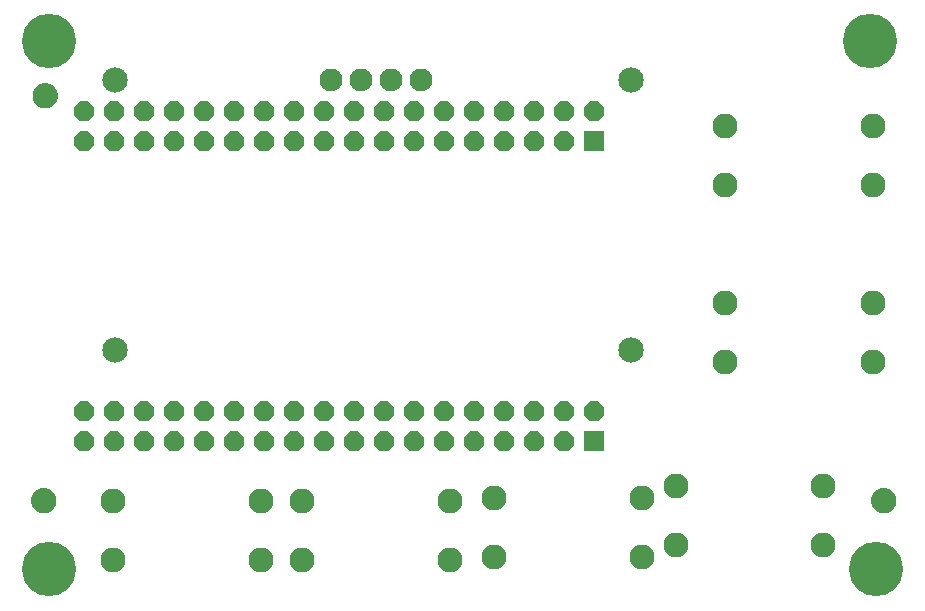
<source format=gbr>
G04 EAGLE Gerber RS-274X export*
G75*
%MOMM*%
%FSLAX34Y34*%
%LPD*%
%INSoldermask Bottom*%
%IPPOS*%
%AMOC8*
5,1,8,0,0,1.08239X$1,22.5*%
G01*
%ADD10C,2.152400*%
%ADD11C,1.930400*%
%ADD12R,1.676400X1.676400*%
%ADD13P,1.814519X8X202.500000*%
%ADD14C,2.112400*%
%ADD15C,4.597400*%
%ADD16C,0.609600*%
%ADD17C,1.168400*%


D10*
X86360Y215900D03*
X523240Y215900D03*
X86360Y444500D03*
X523240Y444500D03*
D11*
X345440Y444500D03*
X320040Y444500D03*
X294640Y444500D03*
X269240Y444500D03*
D12*
X492080Y139440D03*
D13*
X492080Y164840D03*
X466680Y139440D03*
X466680Y164840D03*
X441280Y139440D03*
X441280Y164840D03*
X415880Y139440D03*
X415880Y164840D03*
X390480Y139440D03*
X390480Y164840D03*
X365080Y139440D03*
X365080Y164840D03*
X339680Y139440D03*
X339680Y164840D03*
X314280Y139440D03*
X314280Y164840D03*
X288880Y139440D03*
X288880Y164840D03*
X263480Y139440D03*
X263480Y164840D03*
X238080Y139440D03*
X238080Y164840D03*
X212680Y139440D03*
X212680Y164840D03*
X187280Y139440D03*
X187280Y164840D03*
X161880Y139440D03*
X161880Y164840D03*
X136480Y139440D03*
X136480Y164840D03*
X111080Y139440D03*
X111080Y164840D03*
X85680Y139440D03*
X85680Y164840D03*
X60280Y139440D03*
X60280Y164840D03*
D12*
X492080Y393440D03*
D13*
X492080Y418840D03*
X466680Y393440D03*
X466680Y418840D03*
X441280Y393440D03*
X441280Y418840D03*
X415880Y393440D03*
X415880Y418840D03*
X390480Y393440D03*
X390480Y418840D03*
X365080Y393440D03*
X365080Y418840D03*
X339680Y393440D03*
X339680Y418840D03*
X314280Y393440D03*
X314280Y418840D03*
X288880Y393440D03*
X288880Y418840D03*
X263480Y393440D03*
X263480Y418840D03*
X238080Y393440D03*
X238080Y418840D03*
X212680Y393440D03*
X212680Y418840D03*
X187280Y393440D03*
X187280Y418840D03*
X161880Y393440D03*
X161880Y418840D03*
X136480Y393440D03*
X136480Y418840D03*
X111080Y393440D03*
X111080Y418840D03*
X85680Y393440D03*
X85680Y418840D03*
X60280Y393440D03*
X60280Y418840D03*
D14*
X532400Y91040D03*
X532400Y41040D03*
X407400Y41040D03*
X407400Y91040D03*
X686070Y101200D03*
X686070Y51200D03*
X561070Y51200D03*
X561070Y101200D03*
X727980Y256140D03*
X727980Y206140D03*
X602980Y206140D03*
X602980Y256140D03*
X727980Y406000D03*
X727980Y356000D03*
X602980Y356000D03*
X602980Y406000D03*
X369840Y88500D03*
X369840Y38500D03*
X244840Y38500D03*
X244840Y88500D03*
X209820Y88500D03*
X209820Y38500D03*
X84820Y38500D03*
X84820Y88500D03*
D15*
X30480Y477520D03*
X725170Y477520D03*
X730250Y30480D03*
X30480Y30480D03*
D16*
X19050Y431800D02*
X19052Y431987D01*
X19059Y432174D01*
X19071Y432361D01*
X19087Y432547D01*
X19107Y432733D01*
X19132Y432918D01*
X19162Y433103D01*
X19196Y433287D01*
X19235Y433470D01*
X19278Y433652D01*
X19326Y433832D01*
X19378Y434012D01*
X19435Y434190D01*
X19495Y434367D01*
X19561Y434542D01*
X19630Y434716D01*
X19704Y434888D01*
X19782Y435058D01*
X19864Y435226D01*
X19950Y435392D01*
X20040Y435556D01*
X20134Y435717D01*
X20232Y435877D01*
X20334Y436033D01*
X20440Y436188D01*
X20550Y436339D01*
X20663Y436488D01*
X20780Y436634D01*
X20900Y436777D01*
X21024Y436917D01*
X21151Y437054D01*
X21282Y437188D01*
X21416Y437319D01*
X21553Y437446D01*
X21693Y437570D01*
X21836Y437690D01*
X21982Y437807D01*
X22131Y437920D01*
X22282Y438030D01*
X22437Y438136D01*
X22593Y438238D01*
X22753Y438336D01*
X22914Y438430D01*
X23078Y438520D01*
X23244Y438606D01*
X23412Y438688D01*
X23582Y438766D01*
X23754Y438840D01*
X23928Y438909D01*
X24103Y438975D01*
X24280Y439035D01*
X24458Y439092D01*
X24638Y439144D01*
X24818Y439192D01*
X25000Y439235D01*
X25183Y439274D01*
X25367Y439308D01*
X25552Y439338D01*
X25737Y439363D01*
X25923Y439383D01*
X26109Y439399D01*
X26296Y439411D01*
X26483Y439418D01*
X26670Y439420D01*
X26857Y439418D01*
X27044Y439411D01*
X27231Y439399D01*
X27417Y439383D01*
X27603Y439363D01*
X27788Y439338D01*
X27973Y439308D01*
X28157Y439274D01*
X28340Y439235D01*
X28522Y439192D01*
X28702Y439144D01*
X28882Y439092D01*
X29060Y439035D01*
X29237Y438975D01*
X29412Y438909D01*
X29586Y438840D01*
X29758Y438766D01*
X29928Y438688D01*
X30096Y438606D01*
X30262Y438520D01*
X30426Y438430D01*
X30587Y438336D01*
X30747Y438238D01*
X30903Y438136D01*
X31058Y438030D01*
X31209Y437920D01*
X31358Y437807D01*
X31504Y437690D01*
X31647Y437570D01*
X31787Y437446D01*
X31924Y437319D01*
X32058Y437188D01*
X32189Y437054D01*
X32316Y436917D01*
X32440Y436777D01*
X32560Y436634D01*
X32677Y436488D01*
X32790Y436339D01*
X32900Y436188D01*
X33006Y436033D01*
X33108Y435877D01*
X33206Y435717D01*
X33300Y435556D01*
X33390Y435392D01*
X33476Y435226D01*
X33558Y435058D01*
X33636Y434888D01*
X33710Y434716D01*
X33779Y434542D01*
X33845Y434367D01*
X33905Y434190D01*
X33962Y434012D01*
X34014Y433832D01*
X34062Y433652D01*
X34105Y433470D01*
X34144Y433287D01*
X34178Y433103D01*
X34208Y432918D01*
X34233Y432733D01*
X34253Y432547D01*
X34269Y432361D01*
X34281Y432174D01*
X34288Y431987D01*
X34290Y431800D01*
X34288Y431613D01*
X34281Y431426D01*
X34269Y431239D01*
X34253Y431053D01*
X34233Y430867D01*
X34208Y430682D01*
X34178Y430497D01*
X34144Y430313D01*
X34105Y430130D01*
X34062Y429948D01*
X34014Y429768D01*
X33962Y429588D01*
X33905Y429410D01*
X33845Y429233D01*
X33779Y429058D01*
X33710Y428884D01*
X33636Y428712D01*
X33558Y428542D01*
X33476Y428374D01*
X33390Y428208D01*
X33300Y428044D01*
X33206Y427883D01*
X33108Y427723D01*
X33006Y427567D01*
X32900Y427412D01*
X32790Y427261D01*
X32677Y427112D01*
X32560Y426966D01*
X32440Y426823D01*
X32316Y426683D01*
X32189Y426546D01*
X32058Y426412D01*
X31924Y426281D01*
X31787Y426154D01*
X31647Y426030D01*
X31504Y425910D01*
X31358Y425793D01*
X31209Y425680D01*
X31058Y425570D01*
X30903Y425464D01*
X30747Y425362D01*
X30587Y425264D01*
X30426Y425170D01*
X30262Y425080D01*
X30096Y424994D01*
X29928Y424912D01*
X29758Y424834D01*
X29586Y424760D01*
X29412Y424691D01*
X29237Y424625D01*
X29060Y424565D01*
X28882Y424508D01*
X28702Y424456D01*
X28522Y424408D01*
X28340Y424365D01*
X28157Y424326D01*
X27973Y424292D01*
X27788Y424262D01*
X27603Y424237D01*
X27417Y424217D01*
X27231Y424201D01*
X27044Y424189D01*
X26857Y424182D01*
X26670Y424180D01*
X26483Y424182D01*
X26296Y424189D01*
X26109Y424201D01*
X25923Y424217D01*
X25737Y424237D01*
X25552Y424262D01*
X25367Y424292D01*
X25183Y424326D01*
X25000Y424365D01*
X24818Y424408D01*
X24638Y424456D01*
X24458Y424508D01*
X24280Y424565D01*
X24103Y424625D01*
X23928Y424691D01*
X23754Y424760D01*
X23582Y424834D01*
X23412Y424912D01*
X23244Y424994D01*
X23078Y425080D01*
X22914Y425170D01*
X22753Y425264D01*
X22593Y425362D01*
X22437Y425464D01*
X22282Y425570D01*
X22131Y425680D01*
X21982Y425793D01*
X21836Y425910D01*
X21693Y426030D01*
X21553Y426154D01*
X21416Y426281D01*
X21282Y426412D01*
X21151Y426546D01*
X21024Y426683D01*
X20900Y426823D01*
X20780Y426966D01*
X20663Y427112D01*
X20550Y427261D01*
X20440Y427412D01*
X20334Y427567D01*
X20232Y427723D01*
X20134Y427883D01*
X20040Y428044D01*
X19950Y428208D01*
X19864Y428374D01*
X19782Y428542D01*
X19704Y428712D01*
X19630Y428884D01*
X19561Y429058D01*
X19495Y429233D01*
X19435Y429410D01*
X19378Y429588D01*
X19326Y429768D01*
X19278Y429948D01*
X19235Y430130D01*
X19196Y430313D01*
X19162Y430497D01*
X19132Y430682D01*
X19107Y430867D01*
X19087Y431053D01*
X19071Y431239D01*
X19059Y431426D01*
X19052Y431613D01*
X19050Y431800D01*
D17*
X26670Y431800D03*
D16*
X17780Y88900D02*
X17782Y89087D01*
X17789Y89274D01*
X17801Y89461D01*
X17817Y89647D01*
X17837Y89833D01*
X17862Y90018D01*
X17892Y90203D01*
X17926Y90387D01*
X17965Y90570D01*
X18008Y90752D01*
X18056Y90932D01*
X18108Y91112D01*
X18165Y91290D01*
X18225Y91467D01*
X18291Y91642D01*
X18360Y91816D01*
X18434Y91988D01*
X18512Y92158D01*
X18594Y92326D01*
X18680Y92492D01*
X18770Y92656D01*
X18864Y92817D01*
X18962Y92977D01*
X19064Y93133D01*
X19170Y93288D01*
X19280Y93439D01*
X19393Y93588D01*
X19510Y93734D01*
X19630Y93877D01*
X19754Y94017D01*
X19881Y94154D01*
X20012Y94288D01*
X20146Y94419D01*
X20283Y94546D01*
X20423Y94670D01*
X20566Y94790D01*
X20712Y94907D01*
X20861Y95020D01*
X21012Y95130D01*
X21167Y95236D01*
X21323Y95338D01*
X21483Y95436D01*
X21644Y95530D01*
X21808Y95620D01*
X21974Y95706D01*
X22142Y95788D01*
X22312Y95866D01*
X22484Y95940D01*
X22658Y96009D01*
X22833Y96075D01*
X23010Y96135D01*
X23188Y96192D01*
X23368Y96244D01*
X23548Y96292D01*
X23730Y96335D01*
X23913Y96374D01*
X24097Y96408D01*
X24282Y96438D01*
X24467Y96463D01*
X24653Y96483D01*
X24839Y96499D01*
X25026Y96511D01*
X25213Y96518D01*
X25400Y96520D01*
X25587Y96518D01*
X25774Y96511D01*
X25961Y96499D01*
X26147Y96483D01*
X26333Y96463D01*
X26518Y96438D01*
X26703Y96408D01*
X26887Y96374D01*
X27070Y96335D01*
X27252Y96292D01*
X27432Y96244D01*
X27612Y96192D01*
X27790Y96135D01*
X27967Y96075D01*
X28142Y96009D01*
X28316Y95940D01*
X28488Y95866D01*
X28658Y95788D01*
X28826Y95706D01*
X28992Y95620D01*
X29156Y95530D01*
X29317Y95436D01*
X29477Y95338D01*
X29633Y95236D01*
X29788Y95130D01*
X29939Y95020D01*
X30088Y94907D01*
X30234Y94790D01*
X30377Y94670D01*
X30517Y94546D01*
X30654Y94419D01*
X30788Y94288D01*
X30919Y94154D01*
X31046Y94017D01*
X31170Y93877D01*
X31290Y93734D01*
X31407Y93588D01*
X31520Y93439D01*
X31630Y93288D01*
X31736Y93133D01*
X31838Y92977D01*
X31936Y92817D01*
X32030Y92656D01*
X32120Y92492D01*
X32206Y92326D01*
X32288Y92158D01*
X32366Y91988D01*
X32440Y91816D01*
X32509Y91642D01*
X32575Y91467D01*
X32635Y91290D01*
X32692Y91112D01*
X32744Y90932D01*
X32792Y90752D01*
X32835Y90570D01*
X32874Y90387D01*
X32908Y90203D01*
X32938Y90018D01*
X32963Y89833D01*
X32983Y89647D01*
X32999Y89461D01*
X33011Y89274D01*
X33018Y89087D01*
X33020Y88900D01*
X33018Y88713D01*
X33011Y88526D01*
X32999Y88339D01*
X32983Y88153D01*
X32963Y87967D01*
X32938Y87782D01*
X32908Y87597D01*
X32874Y87413D01*
X32835Y87230D01*
X32792Y87048D01*
X32744Y86868D01*
X32692Y86688D01*
X32635Y86510D01*
X32575Y86333D01*
X32509Y86158D01*
X32440Y85984D01*
X32366Y85812D01*
X32288Y85642D01*
X32206Y85474D01*
X32120Y85308D01*
X32030Y85144D01*
X31936Y84983D01*
X31838Y84823D01*
X31736Y84667D01*
X31630Y84512D01*
X31520Y84361D01*
X31407Y84212D01*
X31290Y84066D01*
X31170Y83923D01*
X31046Y83783D01*
X30919Y83646D01*
X30788Y83512D01*
X30654Y83381D01*
X30517Y83254D01*
X30377Y83130D01*
X30234Y83010D01*
X30088Y82893D01*
X29939Y82780D01*
X29788Y82670D01*
X29633Y82564D01*
X29477Y82462D01*
X29317Y82364D01*
X29156Y82270D01*
X28992Y82180D01*
X28826Y82094D01*
X28658Y82012D01*
X28488Y81934D01*
X28316Y81860D01*
X28142Y81791D01*
X27967Y81725D01*
X27790Y81665D01*
X27612Y81608D01*
X27432Y81556D01*
X27252Y81508D01*
X27070Y81465D01*
X26887Y81426D01*
X26703Y81392D01*
X26518Y81362D01*
X26333Y81337D01*
X26147Y81317D01*
X25961Y81301D01*
X25774Y81289D01*
X25587Y81282D01*
X25400Y81280D01*
X25213Y81282D01*
X25026Y81289D01*
X24839Y81301D01*
X24653Y81317D01*
X24467Y81337D01*
X24282Y81362D01*
X24097Y81392D01*
X23913Y81426D01*
X23730Y81465D01*
X23548Y81508D01*
X23368Y81556D01*
X23188Y81608D01*
X23010Y81665D01*
X22833Y81725D01*
X22658Y81791D01*
X22484Y81860D01*
X22312Y81934D01*
X22142Y82012D01*
X21974Y82094D01*
X21808Y82180D01*
X21644Y82270D01*
X21483Y82364D01*
X21323Y82462D01*
X21167Y82564D01*
X21012Y82670D01*
X20861Y82780D01*
X20712Y82893D01*
X20566Y83010D01*
X20423Y83130D01*
X20283Y83254D01*
X20146Y83381D01*
X20012Y83512D01*
X19881Y83646D01*
X19754Y83783D01*
X19630Y83923D01*
X19510Y84066D01*
X19393Y84212D01*
X19280Y84361D01*
X19170Y84512D01*
X19064Y84667D01*
X18962Y84823D01*
X18864Y84983D01*
X18770Y85144D01*
X18680Y85308D01*
X18594Y85474D01*
X18512Y85642D01*
X18434Y85812D01*
X18360Y85984D01*
X18291Y86158D01*
X18225Y86333D01*
X18165Y86510D01*
X18108Y86688D01*
X18056Y86868D01*
X18008Y87048D01*
X17965Y87230D01*
X17926Y87413D01*
X17892Y87597D01*
X17862Y87782D01*
X17837Y87967D01*
X17817Y88153D01*
X17801Y88339D01*
X17789Y88526D01*
X17782Y88713D01*
X17780Y88900D01*
D17*
X25400Y88900D03*
D16*
X728980Y88900D02*
X728982Y89087D01*
X728989Y89274D01*
X729001Y89461D01*
X729017Y89647D01*
X729037Y89833D01*
X729062Y90018D01*
X729092Y90203D01*
X729126Y90387D01*
X729165Y90570D01*
X729208Y90752D01*
X729256Y90932D01*
X729308Y91112D01*
X729365Y91290D01*
X729425Y91467D01*
X729491Y91642D01*
X729560Y91816D01*
X729634Y91988D01*
X729712Y92158D01*
X729794Y92326D01*
X729880Y92492D01*
X729970Y92656D01*
X730064Y92817D01*
X730162Y92977D01*
X730264Y93133D01*
X730370Y93288D01*
X730480Y93439D01*
X730593Y93588D01*
X730710Y93734D01*
X730830Y93877D01*
X730954Y94017D01*
X731081Y94154D01*
X731212Y94288D01*
X731346Y94419D01*
X731483Y94546D01*
X731623Y94670D01*
X731766Y94790D01*
X731912Y94907D01*
X732061Y95020D01*
X732212Y95130D01*
X732367Y95236D01*
X732523Y95338D01*
X732683Y95436D01*
X732844Y95530D01*
X733008Y95620D01*
X733174Y95706D01*
X733342Y95788D01*
X733512Y95866D01*
X733684Y95940D01*
X733858Y96009D01*
X734033Y96075D01*
X734210Y96135D01*
X734388Y96192D01*
X734568Y96244D01*
X734748Y96292D01*
X734930Y96335D01*
X735113Y96374D01*
X735297Y96408D01*
X735482Y96438D01*
X735667Y96463D01*
X735853Y96483D01*
X736039Y96499D01*
X736226Y96511D01*
X736413Y96518D01*
X736600Y96520D01*
X736787Y96518D01*
X736974Y96511D01*
X737161Y96499D01*
X737347Y96483D01*
X737533Y96463D01*
X737718Y96438D01*
X737903Y96408D01*
X738087Y96374D01*
X738270Y96335D01*
X738452Y96292D01*
X738632Y96244D01*
X738812Y96192D01*
X738990Y96135D01*
X739167Y96075D01*
X739342Y96009D01*
X739516Y95940D01*
X739688Y95866D01*
X739858Y95788D01*
X740026Y95706D01*
X740192Y95620D01*
X740356Y95530D01*
X740517Y95436D01*
X740677Y95338D01*
X740833Y95236D01*
X740988Y95130D01*
X741139Y95020D01*
X741288Y94907D01*
X741434Y94790D01*
X741577Y94670D01*
X741717Y94546D01*
X741854Y94419D01*
X741988Y94288D01*
X742119Y94154D01*
X742246Y94017D01*
X742370Y93877D01*
X742490Y93734D01*
X742607Y93588D01*
X742720Y93439D01*
X742830Y93288D01*
X742936Y93133D01*
X743038Y92977D01*
X743136Y92817D01*
X743230Y92656D01*
X743320Y92492D01*
X743406Y92326D01*
X743488Y92158D01*
X743566Y91988D01*
X743640Y91816D01*
X743709Y91642D01*
X743775Y91467D01*
X743835Y91290D01*
X743892Y91112D01*
X743944Y90932D01*
X743992Y90752D01*
X744035Y90570D01*
X744074Y90387D01*
X744108Y90203D01*
X744138Y90018D01*
X744163Y89833D01*
X744183Y89647D01*
X744199Y89461D01*
X744211Y89274D01*
X744218Y89087D01*
X744220Y88900D01*
X744218Y88713D01*
X744211Y88526D01*
X744199Y88339D01*
X744183Y88153D01*
X744163Y87967D01*
X744138Y87782D01*
X744108Y87597D01*
X744074Y87413D01*
X744035Y87230D01*
X743992Y87048D01*
X743944Y86868D01*
X743892Y86688D01*
X743835Y86510D01*
X743775Y86333D01*
X743709Y86158D01*
X743640Y85984D01*
X743566Y85812D01*
X743488Y85642D01*
X743406Y85474D01*
X743320Y85308D01*
X743230Y85144D01*
X743136Y84983D01*
X743038Y84823D01*
X742936Y84667D01*
X742830Y84512D01*
X742720Y84361D01*
X742607Y84212D01*
X742490Y84066D01*
X742370Y83923D01*
X742246Y83783D01*
X742119Y83646D01*
X741988Y83512D01*
X741854Y83381D01*
X741717Y83254D01*
X741577Y83130D01*
X741434Y83010D01*
X741288Y82893D01*
X741139Y82780D01*
X740988Y82670D01*
X740833Y82564D01*
X740677Y82462D01*
X740517Y82364D01*
X740356Y82270D01*
X740192Y82180D01*
X740026Y82094D01*
X739858Y82012D01*
X739688Y81934D01*
X739516Y81860D01*
X739342Y81791D01*
X739167Y81725D01*
X738990Y81665D01*
X738812Y81608D01*
X738632Y81556D01*
X738452Y81508D01*
X738270Y81465D01*
X738087Y81426D01*
X737903Y81392D01*
X737718Y81362D01*
X737533Y81337D01*
X737347Y81317D01*
X737161Y81301D01*
X736974Y81289D01*
X736787Y81282D01*
X736600Y81280D01*
X736413Y81282D01*
X736226Y81289D01*
X736039Y81301D01*
X735853Y81317D01*
X735667Y81337D01*
X735482Y81362D01*
X735297Y81392D01*
X735113Y81426D01*
X734930Y81465D01*
X734748Y81508D01*
X734568Y81556D01*
X734388Y81608D01*
X734210Y81665D01*
X734033Y81725D01*
X733858Y81791D01*
X733684Y81860D01*
X733512Y81934D01*
X733342Y82012D01*
X733174Y82094D01*
X733008Y82180D01*
X732844Y82270D01*
X732683Y82364D01*
X732523Y82462D01*
X732367Y82564D01*
X732212Y82670D01*
X732061Y82780D01*
X731912Y82893D01*
X731766Y83010D01*
X731623Y83130D01*
X731483Y83254D01*
X731346Y83381D01*
X731212Y83512D01*
X731081Y83646D01*
X730954Y83783D01*
X730830Y83923D01*
X730710Y84066D01*
X730593Y84212D01*
X730480Y84361D01*
X730370Y84512D01*
X730264Y84667D01*
X730162Y84823D01*
X730064Y84983D01*
X729970Y85144D01*
X729880Y85308D01*
X729794Y85474D01*
X729712Y85642D01*
X729634Y85812D01*
X729560Y85984D01*
X729491Y86158D01*
X729425Y86333D01*
X729365Y86510D01*
X729308Y86688D01*
X729256Y86868D01*
X729208Y87048D01*
X729165Y87230D01*
X729126Y87413D01*
X729092Y87597D01*
X729062Y87782D01*
X729037Y87967D01*
X729017Y88153D01*
X729001Y88339D01*
X728989Y88526D01*
X728982Y88713D01*
X728980Y88900D01*
D17*
X736600Y88900D03*
M02*

</source>
